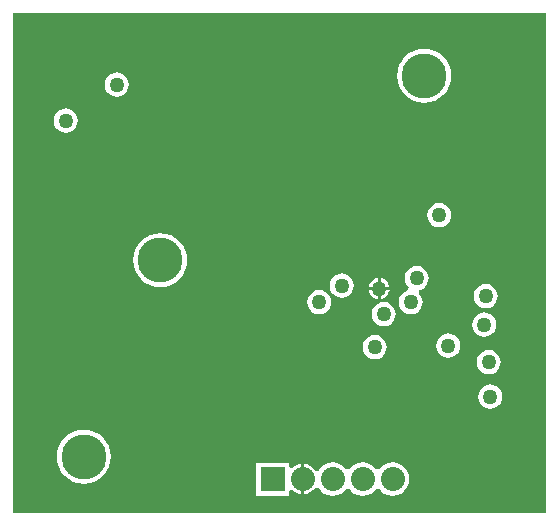
<source format=gbl>
G04 Layer_Physical_Order=2*
G04 Layer_Color=16711680*
%FSLAX25Y25*%
%MOIN*%
G70*
G01*
G75*
%ADD14C,0.14961*%
%ADD15C,0.05000*%
%ADD16C,0.08000*%
%ADD17R,0.08000X0.08000*%
G36*
X179461Y2039D02*
X2039D01*
Y168961D01*
X179461D01*
Y2039D01*
D02*
G37*
%LPC*%
G36*
X147000Y62034D02*
X145956Y61897D01*
X144983Y61494D01*
X144147Y60853D01*
X143506Y60017D01*
X143103Y59044D01*
X142965Y58000D01*
X143103Y56956D01*
X143506Y55983D01*
X144147Y55147D01*
X144983Y54506D01*
X145956Y54103D01*
X147000Y53966D01*
X148044Y54103D01*
X149017Y54506D01*
X149853Y55147D01*
X150494Y55983D01*
X150897Y56956D01*
X151034Y58000D01*
X150897Y59044D01*
X150494Y60017D01*
X149853Y60853D01*
X149017Y61494D01*
X148044Y61897D01*
X147000Y62034D01*
D02*
G37*
G36*
X122500Y61535D02*
X121456Y61397D01*
X120483Y60994D01*
X119647Y60353D01*
X119006Y59517D01*
X118603Y58544D01*
X118465Y57500D01*
X118603Y56456D01*
X119006Y55483D01*
X119647Y54647D01*
X120483Y54006D01*
X121456Y53603D01*
X122500Y53465D01*
X123544Y53603D01*
X124517Y54006D01*
X125353Y54647D01*
X125994Y55483D01*
X126397Y56456D01*
X126534Y57500D01*
X126397Y58544D01*
X125994Y59517D01*
X125353Y60353D01*
X124517Y60994D01*
X123544Y61397D01*
X122500Y61535D01*
D02*
G37*
G36*
X159000Y69034D02*
X157956Y68897D01*
X156983Y68494D01*
X156147Y67853D01*
X155506Y67017D01*
X155103Y66044D01*
X154965Y65000D01*
X155103Y63956D01*
X155506Y62983D01*
X156147Y62147D01*
X156983Y61506D01*
X157956Y61103D01*
X159000Y60966D01*
X160044Y61103D01*
X161017Y61506D01*
X161853Y62147D01*
X162494Y62983D01*
X162897Y63956D01*
X163034Y65000D01*
X162897Y66044D01*
X162494Y67017D01*
X161853Y67853D01*
X161017Y68494D01*
X160044Y68897D01*
X159000Y69034D01*
D02*
G37*
G36*
X104000Y76534D02*
X102956Y76397D01*
X101983Y75994D01*
X101147Y75353D01*
X100506Y74517D01*
X100103Y73544D01*
X99966Y72500D01*
X100103Y71456D01*
X100506Y70483D01*
X101147Y69647D01*
X101983Y69006D01*
X102956Y68603D01*
X104000Y68466D01*
X105044Y68603D01*
X106017Y69006D01*
X106853Y69647D01*
X107494Y70483D01*
X107897Y71456D01*
X108035Y72500D01*
X107897Y73544D01*
X107494Y74517D01*
X106853Y75353D01*
X106017Y75994D01*
X105044Y76397D01*
X104000Y76534D01*
D02*
G37*
G36*
X125500Y72535D02*
X124456Y72397D01*
X123483Y71994D01*
X122647Y71353D01*
X122006Y70517D01*
X121603Y69544D01*
X121466Y68500D01*
X121603Y67456D01*
X122006Y66483D01*
X122647Y65647D01*
X123483Y65006D01*
X124456Y64603D01*
X125500Y64465D01*
X126544Y64603D01*
X127517Y65006D01*
X128353Y65647D01*
X128994Y66483D01*
X129397Y67456D01*
X129534Y68500D01*
X129397Y69544D01*
X128994Y70517D01*
X128353Y71353D01*
X127517Y71994D01*
X126544Y72397D01*
X125500Y72535D01*
D02*
G37*
G36*
X25500Y30024D02*
X23740Y29850D01*
X22047Y29337D01*
X20487Y28503D01*
X19119Y27381D01*
X17997Y26013D01*
X17163Y24453D01*
X16650Y22761D01*
X16476Y21000D01*
X16650Y19240D01*
X17163Y17547D01*
X17997Y15987D01*
X19119Y14619D01*
X20487Y13497D01*
X22047Y12663D01*
X23740Y12150D01*
X25500Y11976D01*
X27260Y12150D01*
X28953Y12663D01*
X30513Y13497D01*
X31881Y14619D01*
X33003Y15987D01*
X33837Y17547D01*
X34350Y19240D01*
X34524Y21000D01*
X34350Y22761D01*
X33837Y24453D01*
X33003Y26013D01*
X31881Y27381D01*
X30513Y28503D01*
X28953Y29337D01*
X27260Y29850D01*
X25500Y30024D01*
D02*
G37*
G36*
X94000Y19000D02*
X83000D01*
Y8000D01*
X94000D01*
Y9508D01*
X94708Y9831D01*
X95000Y9883D01*
X95978Y9132D01*
X97195Y8629D01*
X98000Y8523D01*
Y13500D01*
Y18477D01*
X97195Y18371D01*
X95978Y17867D01*
X95000Y17117D01*
X94708Y17169D01*
X94000Y17492D01*
Y19000D01*
D02*
G37*
G36*
X128500Y19048D02*
X127064Y18858D01*
X125726Y18304D01*
X124577Y17423D01*
X124115Y16819D01*
X122886D01*
X122423Y17423D01*
X121274Y18304D01*
X119936Y18858D01*
X118500Y19048D01*
X117064Y18858D01*
X115726Y18304D01*
X114577Y17423D01*
X114114Y16819D01*
X112885D01*
X112423Y17423D01*
X111274Y18304D01*
X109936Y18858D01*
X108500Y19048D01*
X107064Y18858D01*
X105726Y18304D01*
X104577Y17423D01*
X103793Y16400D01*
X103580Y16313D01*
X103379Y16289D01*
X102635Y16325D01*
X102066Y17066D01*
X101022Y17867D01*
X99805Y18371D01*
X99000Y18477D01*
Y13500D01*
Y8523D01*
X99805Y8629D01*
X101022Y9132D01*
X102066Y9934D01*
X102635Y10675D01*
X103379Y10711D01*
X103580Y10687D01*
X103793Y10600D01*
X104577Y9577D01*
X105726Y8696D01*
X107064Y8142D01*
X108500Y7953D01*
X109936Y8142D01*
X111274Y8696D01*
X112423Y9577D01*
X112885Y10181D01*
X114114D01*
X114577Y9577D01*
X115726Y8696D01*
X117064Y8142D01*
X118500Y7953D01*
X119936Y8142D01*
X121274Y8696D01*
X122423Y9577D01*
X122886Y10181D01*
X124115D01*
X124577Y9577D01*
X125726Y8696D01*
X127064Y8142D01*
X128500Y7953D01*
X129936Y8142D01*
X131274Y8696D01*
X132423Y9577D01*
X133304Y10726D01*
X133858Y12064D01*
X134047Y13500D01*
X133858Y14936D01*
X133304Y16274D01*
X132423Y17423D01*
X131274Y18304D01*
X129936Y18858D01*
X128500Y19048D01*
D02*
G37*
G36*
X160500Y56534D02*
X159456Y56397D01*
X158483Y55994D01*
X157647Y55353D01*
X157006Y54517D01*
X156603Y53544D01*
X156465Y52500D01*
X156603Y51456D01*
X157006Y50483D01*
X157647Y49647D01*
X158483Y49006D01*
X159456Y48603D01*
X160500Y48465D01*
X161544Y48603D01*
X162517Y49006D01*
X163353Y49647D01*
X163994Y50483D01*
X164397Y51456D01*
X164534Y52500D01*
X164397Y53544D01*
X163994Y54517D01*
X163353Y55353D01*
X162517Y55994D01*
X161544Y56397D01*
X160500Y56534D01*
D02*
G37*
G36*
X161000Y45035D02*
X159956Y44897D01*
X158983Y44494D01*
X158147Y43853D01*
X157506Y43017D01*
X157103Y42044D01*
X156965Y41000D01*
X157103Y39956D01*
X157506Y38983D01*
X158147Y38147D01*
X158983Y37506D01*
X159956Y37103D01*
X161000Y36966D01*
X162044Y37103D01*
X163017Y37506D01*
X163853Y38147D01*
X164494Y38983D01*
X164897Y39956D01*
X165034Y41000D01*
X164897Y42044D01*
X164494Y43017D01*
X163853Y43853D01*
X163017Y44494D01*
X162044Y44897D01*
X161000Y45035D01*
D02*
G37*
G36*
X136500Y84535D02*
X135456Y84397D01*
X134483Y83994D01*
X133647Y83353D01*
X133006Y82517D01*
X132603Y81544D01*
X132466Y80500D01*
X132603Y79456D01*
X133006Y78483D01*
X133647Y77647D01*
X133888Y77463D01*
X133608Y76417D01*
X133456Y76397D01*
X132483Y75994D01*
X131647Y75353D01*
X131006Y74517D01*
X130603Y73544D01*
X130465Y72500D01*
X130603Y71456D01*
X131006Y70483D01*
X131647Y69647D01*
X132483Y69006D01*
X133456Y68603D01*
X134500Y68466D01*
X135544Y68603D01*
X136517Y69006D01*
X137353Y69647D01*
X137994Y70483D01*
X138397Y71456D01*
X138534Y72500D01*
X138397Y73544D01*
X137994Y74517D01*
X137353Y75353D01*
X137112Y75538D01*
X137392Y76583D01*
X137544Y76603D01*
X138517Y77006D01*
X139353Y77647D01*
X139994Y78483D01*
X140397Y79456D01*
X140534Y80500D01*
X140397Y81544D01*
X139994Y82517D01*
X139353Y83353D01*
X138517Y83994D01*
X137544Y84397D01*
X136500Y84535D01*
D02*
G37*
G36*
X144000Y105535D02*
X142956Y105397D01*
X141983Y104994D01*
X141147Y104353D01*
X140506Y103517D01*
X140103Y102544D01*
X139965Y101500D01*
X140103Y100456D01*
X140506Y99483D01*
X141147Y98647D01*
X141983Y98006D01*
X142956Y97603D01*
X144000Y97465D01*
X145044Y97603D01*
X146017Y98006D01*
X146853Y98647D01*
X147494Y99483D01*
X147897Y100456D01*
X148035Y101500D01*
X147897Y102544D01*
X147494Y103517D01*
X146853Y104353D01*
X146017Y104994D01*
X145044Y105397D01*
X144000Y105535D01*
D02*
G37*
G36*
X124500Y80464D02*
Y77500D01*
X127464D01*
X127410Y77914D01*
X127057Y78765D01*
X126496Y79496D01*
X125765Y80057D01*
X124914Y80410D01*
X124500Y80464D01*
D02*
G37*
G36*
X19500Y137034D02*
X18456Y136897D01*
X17483Y136494D01*
X16647Y135853D01*
X16006Y135017D01*
X15603Y134044D01*
X15465Y133000D01*
X15603Y131956D01*
X16006Y130983D01*
X16647Y130147D01*
X17483Y129506D01*
X18456Y129103D01*
X19500Y128965D01*
X20544Y129103D01*
X21517Y129506D01*
X22353Y130147D01*
X22994Y130983D01*
X23397Y131956D01*
X23535Y133000D01*
X23397Y134044D01*
X22994Y135017D01*
X22353Y135853D01*
X21517Y136494D01*
X20544Y136897D01*
X19500Y137034D01*
D02*
G37*
G36*
X36500Y149035D02*
X35456Y148897D01*
X34483Y148494D01*
X33647Y147853D01*
X33006Y147017D01*
X32603Y146044D01*
X32465Y145000D01*
X32603Y143956D01*
X33006Y142983D01*
X33647Y142147D01*
X34483Y141506D01*
X35456Y141103D01*
X36500Y140965D01*
X37544Y141103D01*
X38517Y141506D01*
X39353Y142147D01*
X39994Y142983D01*
X40397Y143956D01*
X40534Y145000D01*
X40397Y146044D01*
X39994Y147017D01*
X39353Y147853D01*
X38517Y148494D01*
X37544Y148897D01*
X36500Y149035D01*
D02*
G37*
G36*
X139000Y157024D02*
X137240Y156850D01*
X135547Y156337D01*
X133987Y155503D01*
X132619Y154381D01*
X131497Y153013D01*
X130663Y151453D01*
X130150Y149760D01*
X129976Y148000D01*
X130150Y146240D01*
X130663Y144547D01*
X131497Y142987D01*
X132619Y141619D01*
X133987Y140497D01*
X135547Y139663D01*
X137240Y139150D01*
X139000Y138976D01*
X140760Y139150D01*
X142453Y139663D01*
X144013Y140497D01*
X145381Y141619D01*
X146503Y142987D01*
X147337Y144547D01*
X147850Y146240D01*
X148024Y148000D01*
X147850Y149760D01*
X147337Y151453D01*
X146503Y153013D01*
X145381Y154381D01*
X144013Y155503D01*
X142453Y156337D01*
X140760Y156850D01*
X139000Y157024D01*
D02*
G37*
G36*
X123500Y80464D02*
X123086Y80410D01*
X122235Y80057D01*
X121504Y79496D01*
X120943Y78765D01*
X120590Y77914D01*
X120536Y77500D01*
X123500D01*
Y80464D01*
D02*
G37*
G36*
Y76500D02*
X120536D01*
X120590Y76086D01*
X120943Y75235D01*
X121504Y74504D01*
X122235Y73943D01*
X123086Y73590D01*
X123500Y73536D01*
Y76500D01*
D02*
G37*
G36*
X159500Y78535D02*
X158456Y78397D01*
X157483Y77994D01*
X156647Y77353D01*
X156006Y76517D01*
X155603Y75544D01*
X155465Y74500D01*
X155603Y73456D01*
X156006Y72483D01*
X156647Y71647D01*
X157483Y71006D01*
X158456Y70603D01*
X159500Y70465D01*
X160544Y70603D01*
X161517Y71006D01*
X162353Y71647D01*
X162994Y72483D01*
X163397Y73456D01*
X163534Y74500D01*
X163397Y75544D01*
X162994Y76517D01*
X162353Y77353D01*
X161517Y77994D01*
X160544Y78397D01*
X159500Y78535D01*
D02*
G37*
G36*
X127464Y76500D02*
X124500D01*
Y73536D01*
X124914Y73590D01*
X125765Y73943D01*
X126496Y74504D01*
X127057Y75235D01*
X127410Y76086D01*
X127464Y76500D01*
D02*
G37*
G36*
X51000Y95524D02*
X49240Y95350D01*
X47547Y94837D01*
X45987Y94003D01*
X44619Y92881D01*
X43497Y91513D01*
X42663Y89953D01*
X42150Y88261D01*
X41976Y86500D01*
X42150Y84740D01*
X42663Y83047D01*
X43497Y81487D01*
X44619Y80119D01*
X45987Y78997D01*
X47547Y78163D01*
X49240Y77650D01*
X51000Y77476D01*
X52760Y77650D01*
X54453Y78163D01*
X56013Y78997D01*
X57381Y80119D01*
X58503Y81487D01*
X59337Y83047D01*
X59850Y84740D01*
X60024Y86500D01*
X59850Y88261D01*
X59337Y89953D01*
X58503Y91513D01*
X57381Y92881D01*
X56013Y94003D01*
X54453Y94837D01*
X52760Y95350D01*
X51000Y95524D01*
D02*
G37*
G36*
X111500Y82034D02*
X110456Y81897D01*
X109483Y81494D01*
X108647Y80853D01*
X108006Y80017D01*
X107603Y79044D01*
X107466Y78000D01*
X107603Y76956D01*
X108006Y75983D01*
X108647Y75147D01*
X109483Y74506D01*
X110456Y74103D01*
X111500Y73966D01*
X112544Y74103D01*
X113517Y74506D01*
X114353Y75147D01*
X114994Y75983D01*
X115397Y76956D01*
X115534Y78000D01*
X115397Y79044D01*
X114994Y80017D01*
X114353Y80853D01*
X113517Y81494D01*
X112544Y81897D01*
X111500Y82034D01*
D02*
G37*
%LPD*%
D14*
X51000Y86500D02*
D03*
X139000Y148000D02*
D03*
X25500Y21000D02*
D03*
D15*
X36500Y145000D02*
D03*
X104000Y72500D02*
D03*
X111500Y78000D02*
D03*
X124000Y77000D02*
D03*
X159500Y74500D02*
D03*
X159000Y65000D02*
D03*
X144000Y101500D02*
D03*
X19500Y133000D02*
D03*
X125500Y68500D02*
D03*
X134500Y72500D02*
D03*
X147000Y58000D02*
D03*
X160500Y52500D02*
D03*
X161000Y41000D02*
D03*
X136500Y80500D02*
D03*
X122500Y57500D02*
D03*
D16*
X128500Y13500D02*
D03*
X108500D02*
D03*
X98500D02*
D03*
X118500D02*
D03*
D17*
X88500D02*
D03*
M02*

</source>
